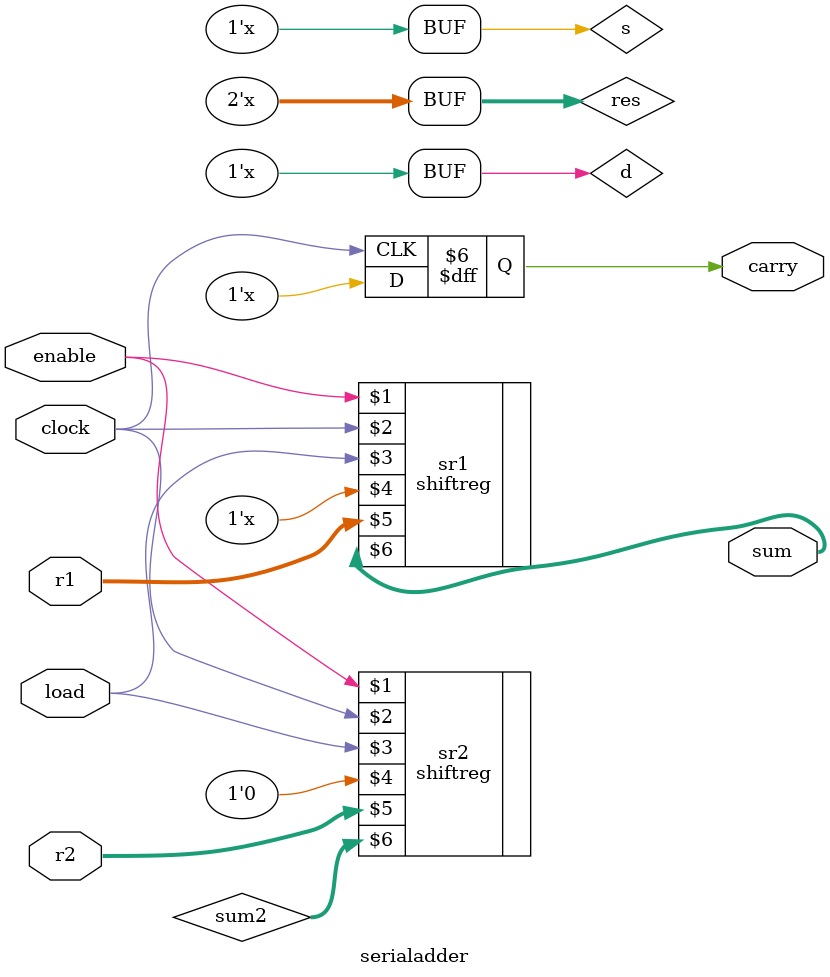
<source format=v>
module serialadder(enable, load, clock, r1, r2, carry, sum);
    parameter N = 4;

    input [N-1:0] r1, r2;
    input clock, load, enable;

    output [N-1:0] sum;
    wire [N-1:0] sum2;
    output carry;
    reg s, d, carry;
    reg [1:0] res;

    shiftreg sr1(enable, clock, load, s, r1, sum);
    shiftreg sr2(enable, clock, load, 1'b0, r2, sum2);

    // assign {s, carry} = sum[0] + sum2[0] + carry;
    initial
        d=0;

    always @ (posedge clock)
        carry = d;

    always @ (sum or sum2) begin
            res = sum[0] + sum2[0] + d;
            s = res[0];
            d = res[1];
            // $display("sum=%b | d=%b", s, d);
    end
endmodule
</source>
